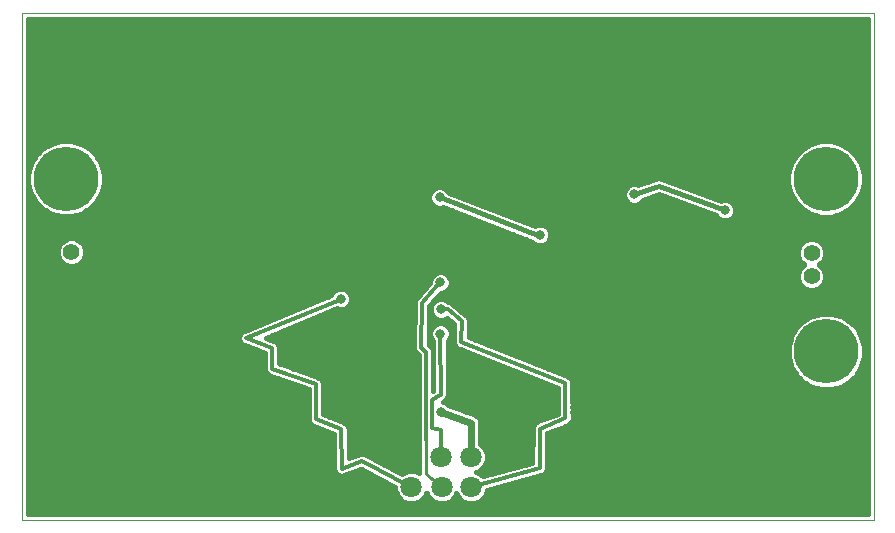
<source format=gbl>
G75*
%MOIN*%
%OFA0B0*%
%FSLAX25Y25*%
%IPPOS*%
%LPD*%
%AMOC8*
5,1,8,0,0,1.08239X$1,22.5*
%
%ADD10C,0.00394*%
%ADD11C,0.07087*%
%ADD12C,0.21500*%
%ADD13C,0.05543*%
%ADD14C,0.01600*%
%ADD15C,0.03200*%
%ADD16C,0.02400*%
%ADD17C,0.01200*%
%ADD18C,0.01000*%
D10*
X0013386Y0011105D02*
X0297323Y0011105D01*
X0297323Y0179954D01*
X0013386Y0179954D01*
X0013386Y0011105D01*
D11*
X0143205Y0021923D03*
X0153301Y0021943D03*
X0163142Y0021926D03*
X0163002Y0032027D03*
X0153102Y0031969D03*
X0143189Y0031831D03*
D12*
X0028696Y0067095D03*
X0028101Y0124812D03*
X0281394Y0124699D03*
X0281537Y0067175D03*
D13*
X0276620Y0092218D03*
X0276620Y0100092D03*
X0029859Y0100283D03*
X0029859Y0092409D03*
D14*
X0053980Y0082691D01*
X0057051Y0083626D01*
X0084559Y0073209D01*
X0088296Y0074655D01*
X0088175Y0076095D01*
X0088392Y0076545D01*
X0087983Y0074255D02*
X0015383Y0074255D01*
X0015383Y0075853D02*
X0091908Y0075853D01*
X0095833Y0077452D02*
X0015383Y0077452D01*
X0015383Y0079050D02*
X0099757Y0079050D01*
X0103682Y0080649D02*
X0015383Y0080649D01*
X0015383Y0082247D02*
X0107606Y0082247D01*
X0111531Y0083846D02*
X0015383Y0083846D01*
X0015383Y0085444D02*
X0115455Y0085444D01*
X0116470Y0085857D02*
X0116792Y0086635D01*
X0117749Y0087591D01*
X0118998Y0088109D01*
X0120351Y0088109D01*
X0121600Y0087591D01*
X0122557Y0086635D01*
X0123074Y0085385D01*
X0123074Y0084033D01*
X0122557Y0082783D01*
X0121600Y0081827D01*
X0120351Y0081309D01*
X0118998Y0081309D01*
X0118517Y0081508D01*
X0094667Y0071794D01*
X0097180Y0070825D01*
X0097218Y0070825D01*
X0097625Y0070654D01*
X0098037Y0070495D01*
X0098064Y0070469D01*
X0098098Y0070455D01*
X0098408Y0070141D01*
X0098728Y0069837D01*
X0098743Y0069803D01*
X0098770Y0069776D01*
X0098936Y0069368D01*
X0099115Y0068964D01*
X0099116Y0068927D01*
X0099130Y0068892D01*
X0099128Y0068451D01*
X0099139Y0068009D01*
X0099126Y0067975D01*
X0099101Y0063190D01*
X0111740Y0058646D01*
X0111799Y0058646D01*
X0112187Y0058485D01*
X0112582Y0058343D01*
X0112626Y0058303D01*
X0112681Y0058280D01*
X0112978Y0057984D01*
X0113289Y0057701D01*
X0113314Y0057647D01*
X0113356Y0057605D01*
X0113517Y0057217D01*
X0113696Y0056837D01*
X0113698Y0056778D01*
X0113721Y0056723D01*
X0113721Y0056303D01*
X0113741Y0055884D01*
X0113721Y0055828D01*
X0113717Y0046258D01*
X0120333Y0043586D01*
X0120335Y0043586D01*
X0120775Y0043407D01*
X0121216Y0043229D01*
X0121217Y0043228D01*
X0121220Y0043227D01*
X0121559Y0042892D01*
X0121897Y0042560D01*
X0121898Y0042558D01*
X0121900Y0042556D01*
X0122085Y0042116D01*
X0122270Y0041682D01*
X0122270Y0041679D01*
X0122271Y0041676D01*
X0122274Y0041201D01*
X0122278Y0040727D01*
X0122277Y0040724D01*
X0122338Y0031604D01*
X0125447Y0032795D01*
X0125512Y0032849D01*
X0125891Y0032965D01*
X0126260Y0033106D01*
X0126344Y0033104D01*
X0126425Y0033129D01*
X0126819Y0033091D01*
X0127214Y0033081D01*
X0127292Y0033046D01*
X0127376Y0033038D01*
X0127725Y0032853D01*
X0128086Y0032692D01*
X0128144Y0032630D01*
X0140043Y0026317D01*
X0140178Y0026452D01*
X0142142Y0027266D01*
X0144268Y0027266D01*
X0145783Y0026638D01*
X0145741Y0027217D01*
X0145800Y0027285D01*
X0145758Y0036811D01*
X0145655Y0037060D01*
X0145655Y0066025D01*
X0145254Y0066382D01*
X0145180Y0066413D01*
X0144899Y0066698D01*
X0144601Y0066963D01*
X0144566Y0067036D01*
X0144510Y0067093D01*
X0144359Y0067463D01*
X0144185Y0067823D01*
X0144181Y0067903D01*
X0144151Y0067977D01*
X0144153Y0068377D01*
X0144130Y0068776D01*
X0144157Y0068852D01*
X0144258Y0083314D01*
X0144238Y0083725D01*
X0144261Y0083789D01*
X0144261Y0083857D01*
X0144421Y0084236D01*
X0144561Y0084623D01*
X0144606Y0084674D01*
X0144633Y0084736D01*
X0144926Y0085025D01*
X0149484Y0090041D01*
X0149484Y0090891D01*
X0150002Y0092140D01*
X0150958Y0093097D01*
X0152208Y0093614D01*
X0153560Y0093614D01*
X0154810Y0093097D01*
X0155766Y0092140D01*
X0156284Y0090891D01*
X0156284Y0089538D01*
X0155766Y0088288D01*
X0154810Y0087332D01*
X0153560Y0086814D01*
X0153037Y0086814D01*
X0149051Y0082428D01*
X0148961Y0069508D01*
X0149365Y0069148D01*
X0149431Y0069121D01*
X0149720Y0068832D01*
X0150024Y0068561D01*
X0150056Y0068496D01*
X0150106Y0068446D01*
X0150262Y0068068D01*
X0150440Y0067701D01*
X0150444Y0067630D01*
X0150471Y0067563D01*
X0150471Y0067155D01*
X0150495Y0066748D01*
X0150471Y0066680D01*
X0150471Y0066609D01*
X0150455Y0066568D01*
X0150455Y0054056D01*
X0150527Y0054093D01*
X0150504Y0070721D01*
X0150018Y0071207D01*
X0149501Y0072457D01*
X0149501Y0073809D01*
X0150018Y0075059D01*
X0150975Y0076015D01*
X0152224Y0076533D01*
X0153577Y0076533D01*
X0154827Y0076015D01*
X0155783Y0075059D01*
X0156301Y0073809D01*
X0156301Y0072457D01*
X0155783Y0071207D01*
X0155304Y0070728D01*
X0155329Y0053035D01*
X0155375Y0052840D01*
X0155330Y0052562D01*
X0155330Y0052404D01*
X0155336Y0052325D01*
X0155330Y0052307D01*
X0155330Y0052282D01*
X0155292Y0052189D01*
X0155245Y0052045D01*
X0155197Y0051754D01*
X0155099Y0051595D01*
X0155041Y0051417D01*
X0154850Y0051193D01*
X0154695Y0050942D01*
X0154543Y0050833D01*
X0154421Y0050691D01*
X0154159Y0050557D01*
X0153919Y0050385D01*
X0153772Y0050350D01*
X0154954Y0049860D01*
X0155566Y0049249D01*
X0163785Y0046268D01*
X0163886Y0046266D01*
X0164343Y0046065D01*
X0164812Y0045895D01*
X0164887Y0045827D01*
X0164979Y0045787D01*
X0165325Y0045427D01*
X0165693Y0045090D01*
X0165736Y0044999D01*
X0165806Y0044926D01*
X0165987Y0044461D01*
X0166199Y0044009D01*
X0166203Y0043908D01*
X0166240Y0043815D01*
X0166230Y0043315D01*
X0166252Y0042816D01*
X0166218Y0042722D01*
X0166093Y0036493D01*
X0167532Y0035053D01*
X0168346Y0033089D01*
X0168346Y0030964D01*
X0167532Y0029000D01*
X0166029Y0027497D01*
X0164842Y0027005D01*
X0166168Y0026456D01*
X0167106Y0025518D01*
X0183559Y0030090D01*
X0183594Y0041015D01*
X0183590Y0041025D01*
X0183596Y0041491D01*
X0183598Y0041959D01*
X0183602Y0041969D01*
X0183602Y0041980D01*
X0183785Y0042408D01*
X0183966Y0042840D01*
X0183973Y0042848D01*
X0183978Y0042857D01*
X0184312Y0043184D01*
X0184643Y0043513D01*
X0184653Y0043517D01*
X0184661Y0043525D01*
X0185095Y0043698D01*
X0185526Y0043875D01*
X0185537Y0043875D01*
X0192111Y0046507D01*
X0192075Y0054946D01*
X0159330Y0067975D01*
X0159288Y0067976D01*
X0158888Y0068151D01*
X0158483Y0068312D01*
X0158452Y0068342D01*
X0158413Y0068359D01*
X0158111Y0068674D01*
X0157798Y0068978D01*
X0157782Y0069017D01*
X0157752Y0069048D01*
X0157593Y0069454D01*
X0157421Y0069855D01*
X0157420Y0069897D01*
X0157405Y0069937D01*
X0157414Y0070373D01*
X0157407Y0070809D01*
X0157423Y0070849D01*
X0157533Y0076247D01*
X0155016Y0078385D01*
X0154956Y0078325D01*
X0153706Y0077808D01*
X0152354Y0077808D01*
X0151104Y0078325D01*
X0150148Y0079282D01*
X0149630Y0080532D01*
X0149630Y0081884D01*
X0150148Y0083134D01*
X0151104Y0084090D01*
X0152354Y0084608D01*
X0153706Y0084608D01*
X0154956Y0084090D01*
X0155316Y0083731D01*
X0155550Y0083750D01*
X0155588Y0083737D01*
X0155627Y0083739D01*
X0156041Y0083592D01*
X0156459Y0083457D01*
X0156489Y0083431D01*
X0156526Y0083418D01*
X0156852Y0083123D01*
X0161241Y0079395D01*
X0161357Y0079345D01*
X0161603Y0079089D01*
X0161873Y0078859D01*
X0161931Y0078747D01*
X0162018Y0078656D01*
X0162147Y0078325D01*
X0162309Y0078009D01*
X0162319Y0077884D01*
X0162365Y0077767D01*
X0162358Y0077412D01*
X0162387Y0077058D01*
X0162348Y0076938D01*
X0162247Y0071980D01*
X0194923Y0058979D01*
X0194935Y0058979D01*
X0195367Y0058802D01*
X0195799Y0058630D01*
X0195808Y0058622D01*
X0195819Y0058617D01*
X0196150Y0058289D01*
X0196483Y0057965D01*
X0196488Y0057953D01*
X0196497Y0057945D01*
X0196677Y0057515D01*
X0196861Y0057088D01*
X0196861Y0057075D01*
X0196866Y0057064D01*
X0196868Y0056599D01*
X0196874Y0056133D01*
X0196870Y0056122D01*
X0196915Y0045353D01*
X0196923Y0045334D01*
X0196917Y0044877D01*
X0196919Y0044418D01*
X0196912Y0044400D01*
X0196912Y0044380D01*
X0196732Y0043959D01*
X0196558Y0043535D01*
X0196544Y0043520D01*
X0196536Y0043502D01*
X0196208Y0043182D01*
X0195886Y0042857D01*
X0195867Y0042849D01*
X0195853Y0042835D01*
X0195427Y0042665D01*
X0195005Y0042488D01*
X0194985Y0042488D01*
X0188391Y0039847D01*
X0188354Y0028588D01*
X0188393Y0028447D01*
X0188352Y0028114D01*
X0188351Y0027779D01*
X0188295Y0027644D01*
X0188277Y0027499D01*
X0188112Y0027207D01*
X0187983Y0026898D01*
X0187879Y0026795D01*
X0187807Y0026668D01*
X0187543Y0026461D01*
X0187306Y0026225D01*
X0187171Y0026170D01*
X0187055Y0026080D01*
X0186732Y0025990D01*
X0186422Y0025863D01*
X0186276Y0025863D01*
X0168485Y0020920D01*
X0168485Y0020863D01*
X0167671Y0018899D01*
X0166168Y0017396D01*
X0164204Y0016583D01*
X0162079Y0016583D01*
X0160115Y0017396D01*
X0158612Y0018899D01*
X0158217Y0019851D01*
X0157830Y0018917D01*
X0156327Y0017414D01*
X0154363Y0016600D01*
X0152238Y0016600D01*
X0150274Y0017414D01*
X0148771Y0018917D01*
X0148257Y0020157D01*
X0147735Y0018896D01*
X0146232Y0017393D01*
X0144268Y0016579D01*
X0142142Y0016579D01*
X0140178Y0017393D01*
X0138675Y0018896D01*
X0137862Y0020860D01*
X0137862Y0022041D01*
X0126512Y0028063D01*
X0120857Y0025897D01*
X0120454Y0025727D01*
X0120412Y0025726D01*
X0120374Y0025712D01*
X0119937Y0025723D01*
X0119499Y0025720D01*
X0119461Y0025736D01*
X0119419Y0025737D01*
X0119020Y0025915D01*
X0118615Y0026080D01*
X0118585Y0026109D01*
X0118547Y0026126D01*
X0118246Y0026443D01*
X0117935Y0026750D01*
X0117919Y0026789D01*
X0117890Y0026819D01*
X0117734Y0027227D01*
X0117564Y0027630D01*
X0117564Y0027672D01*
X0117549Y0027711D01*
X0117561Y0028148D01*
X0117485Y0039560D01*
X0110850Y0042239D01*
X0110839Y0042239D01*
X0110408Y0042418D01*
X0109976Y0042592D01*
X0109967Y0042601D01*
X0109957Y0042605D01*
X0109627Y0042935D01*
X0109294Y0043262D01*
X0109290Y0043272D01*
X0109282Y0043280D01*
X0109104Y0043711D01*
X0108921Y0044140D01*
X0108921Y0044152D01*
X0108917Y0044162D01*
X0108917Y0044628D01*
X0108913Y0045095D01*
X0108917Y0045106D01*
X0108920Y0054559D01*
X0096268Y0059108D01*
X0096203Y0059109D01*
X0095821Y0059269D01*
X0095431Y0059409D01*
X0095383Y0059453D01*
X0095322Y0059478D01*
X0095031Y0059773D01*
X0094725Y0060051D01*
X0094697Y0060111D01*
X0094651Y0060157D01*
X0094494Y0060540D01*
X0094318Y0060915D01*
X0094315Y0060980D01*
X0094290Y0061041D01*
X0094292Y0061455D01*
X0094272Y0061869D01*
X0094295Y0061930D01*
X0094320Y0066783D01*
X0087700Y0069335D01*
X0087662Y0069335D01*
X0087256Y0069506D01*
X0086845Y0069665D01*
X0086817Y0069691D01*
X0086782Y0069706D01*
X0086472Y0070019D01*
X0086153Y0070323D01*
X0086138Y0070358D01*
X0086111Y0070385D01*
X0085945Y0070793D01*
X0085766Y0071195D01*
X0085765Y0071234D01*
X0085751Y0071269D01*
X0085753Y0071710D01*
X0085742Y0072150D01*
X0085756Y0072186D01*
X0085756Y0072224D01*
X0085927Y0072630D01*
X0086086Y0073041D01*
X0086112Y0073069D01*
X0086127Y0073104D01*
X0086440Y0073413D01*
X0086744Y0073733D01*
X0086779Y0073748D01*
X0086806Y0073775D01*
X0087214Y0073941D01*
X0087617Y0074120D01*
X0087655Y0074121D01*
X0116470Y0085857D01*
X0117200Y0087043D02*
X0015383Y0087043D01*
X0015383Y0088641D02*
X0148211Y0088641D01*
X0149484Y0090240D02*
X0015383Y0090240D01*
X0015383Y0091838D02*
X0149876Y0091838D01*
X0151778Y0093437D02*
X0015383Y0093437D01*
X0015383Y0095035D02*
X0272972Y0095035D01*
X0272744Y0094808D02*
X0272048Y0093128D01*
X0272048Y0091309D01*
X0272744Y0089629D01*
X0274030Y0088343D01*
X0275711Y0087647D01*
X0277529Y0087647D01*
X0279210Y0088343D01*
X0280496Y0089629D01*
X0281192Y0091309D01*
X0281192Y0093128D01*
X0280496Y0094808D01*
X0279210Y0096094D01*
X0279062Y0096155D01*
X0279210Y0096217D01*
X0280496Y0097503D01*
X0281192Y0099183D01*
X0281192Y0101002D01*
X0280496Y0102682D01*
X0279210Y0103968D01*
X0277529Y0104664D01*
X0275711Y0104664D01*
X0274030Y0103968D01*
X0272744Y0102682D01*
X0272048Y0101002D01*
X0272048Y0099183D01*
X0272744Y0097503D01*
X0274030Y0096217D01*
X0274179Y0096155D01*
X0274030Y0096094D01*
X0272744Y0094808D01*
X0272176Y0093437D02*
X0153989Y0093437D01*
X0155891Y0091838D02*
X0272048Y0091838D01*
X0272491Y0090240D02*
X0156284Y0090240D01*
X0155912Y0088641D02*
X0273732Y0088641D01*
X0279508Y0088641D02*
X0295326Y0088641D01*
X0295326Y0087043D02*
X0154111Y0087043D01*
X0151792Y0085444D02*
X0295326Y0085444D01*
X0295326Y0083846D02*
X0155201Y0083846D01*
X0157884Y0082247D02*
X0295326Y0082247D01*
X0295326Y0080649D02*
X0159766Y0080649D01*
X0161648Y0079050D02*
X0277365Y0079050D01*
X0276692Y0078870D02*
X0273831Y0077218D01*
X0271494Y0074881D01*
X0269842Y0072019D01*
X0268987Y0068827D01*
X0268987Y0065523D01*
X0269842Y0062331D01*
X0271494Y0059469D01*
X0273831Y0057133D01*
X0276692Y0055480D01*
X0279884Y0054625D01*
X0283189Y0054625D01*
X0286381Y0055480D01*
X0289242Y0057133D01*
X0291579Y0059469D01*
X0293231Y0062331D01*
X0294086Y0065523D01*
X0294086Y0068827D01*
X0293231Y0072019D01*
X0291579Y0074881D01*
X0289242Y0077218D01*
X0286381Y0078870D01*
X0283189Y0079725D01*
X0279884Y0079725D01*
X0276692Y0078870D01*
X0274236Y0077452D02*
X0162359Y0077452D01*
X0162326Y0075853D02*
X0272466Y0075853D01*
X0271132Y0074255D02*
X0162294Y0074255D01*
X0162261Y0072656D02*
X0270209Y0072656D01*
X0269584Y0071057D02*
X0164567Y0071057D01*
X0159618Y0067860D02*
X0155308Y0067860D01*
X0155310Y0066262D02*
X0163636Y0066262D01*
X0167653Y0064663D02*
X0155313Y0064663D01*
X0155315Y0063065D02*
X0171670Y0063065D01*
X0175688Y0061466D02*
X0155317Y0061466D01*
X0155319Y0059868D02*
X0179705Y0059868D01*
X0183722Y0058269D02*
X0155322Y0058269D01*
X0155324Y0056671D02*
X0187740Y0056671D01*
X0191757Y0055072D02*
X0155326Y0055072D01*
X0155328Y0053474D02*
X0192081Y0053474D01*
X0192088Y0051875D02*
X0155217Y0051875D01*
X0153948Y0050277D02*
X0192095Y0050277D01*
X0192101Y0048678D02*
X0157138Y0048678D01*
X0161546Y0047080D02*
X0192108Y0047080D01*
X0189548Y0045481D02*
X0165272Y0045481D01*
X0166213Y0043883D02*
X0185556Y0043883D01*
X0183732Y0042284D02*
X0166209Y0042284D01*
X0166177Y0040686D02*
X0183593Y0040686D01*
X0183588Y0039087D02*
X0166145Y0039087D01*
X0166113Y0037489D02*
X0183583Y0037489D01*
X0183578Y0035890D02*
X0166695Y0035890D01*
X0167848Y0034292D02*
X0183573Y0034292D01*
X0183567Y0032693D02*
X0168346Y0032693D01*
X0168346Y0031095D02*
X0183562Y0031095D01*
X0181422Y0029496D02*
X0167738Y0029496D01*
X0166430Y0027898D02*
X0175669Y0027898D01*
X0176339Y0023102D02*
X0295326Y0023102D01*
X0295326Y0021504D02*
X0170586Y0021504D01*
X0168088Y0019905D02*
X0295326Y0019905D01*
X0295326Y0018307D02*
X0167079Y0018307D01*
X0164507Y0016708D02*
X0295326Y0016708D01*
X0295326Y0015110D02*
X0015383Y0015110D01*
X0015383Y0016708D02*
X0141831Y0016708D01*
X0144579Y0016708D02*
X0151977Y0016708D01*
X0154624Y0016708D02*
X0161776Y0016708D01*
X0159205Y0018307D02*
X0157220Y0018307D01*
X0149381Y0018307D02*
X0147145Y0018307D01*
X0148153Y0019905D02*
X0148361Y0019905D01*
X0139264Y0018307D02*
X0015383Y0018307D01*
X0015383Y0019905D02*
X0138257Y0019905D01*
X0137862Y0021504D02*
X0015383Y0021504D01*
X0015383Y0023102D02*
X0135861Y0023102D01*
X0132848Y0024701D02*
X0015383Y0024701D01*
X0015383Y0026299D02*
X0118383Y0026299D01*
X0117554Y0027898D02*
X0015383Y0027898D01*
X0015383Y0029496D02*
X0117552Y0029496D01*
X0117541Y0031095D02*
X0015383Y0031095D01*
X0015383Y0032693D02*
X0117530Y0032693D01*
X0117520Y0034292D02*
X0015383Y0034292D01*
X0015383Y0035890D02*
X0117509Y0035890D01*
X0117499Y0037489D02*
X0015383Y0037489D01*
X0015383Y0039087D02*
X0117488Y0039087D01*
X0114696Y0040686D02*
X0015383Y0040686D01*
X0015383Y0042284D02*
X0110730Y0042284D01*
X0109031Y0043883D02*
X0015383Y0043883D01*
X0015383Y0045481D02*
X0108917Y0045481D01*
X0108918Y0047080D02*
X0015383Y0047080D01*
X0015383Y0048678D02*
X0108918Y0048678D01*
X0108919Y0050277D02*
X0015383Y0050277D01*
X0015383Y0051875D02*
X0108919Y0051875D01*
X0108920Y0053474D02*
X0015383Y0053474D01*
X0015383Y0055072D02*
X0107493Y0055072D01*
X0103047Y0056671D02*
X0015383Y0056671D01*
X0015383Y0058269D02*
X0098601Y0058269D01*
X0103896Y0061466D02*
X0145655Y0061466D01*
X0145655Y0059868D02*
X0108342Y0059868D01*
X0112692Y0058269D02*
X0145655Y0058269D01*
X0145655Y0056671D02*
X0113721Y0056671D01*
X0113720Y0055072D02*
X0145655Y0055072D01*
X0145655Y0053474D02*
X0113720Y0053474D01*
X0113719Y0051875D02*
X0145655Y0051875D01*
X0145655Y0050277D02*
X0113719Y0050277D01*
X0113718Y0048678D02*
X0145655Y0048678D01*
X0145655Y0047080D02*
X0113718Y0047080D01*
X0115640Y0045481D02*
X0145655Y0045481D01*
X0145655Y0043883D02*
X0119598Y0043883D01*
X0122014Y0042284D02*
X0145655Y0042284D01*
X0145655Y0040686D02*
X0122277Y0040686D01*
X0122288Y0039087D02*
X0145655Y0039087D01*
X0145655Y0037489D02*
X0122299Y0037489D01*
X0122309Y0035890D02*
X0145762Y0035890D01*
X0145769Y0034292D02*
X0122320Y0034292D01*
X0122331Y0032693D02*
X0125182Y0032693D01*
X0128083Y0032693D02*
X0145776Y0032693D01*
X0145783Y0031095D02*
X0131039Y0031095D01*
X0134051Y0029496D02*
X0145790Y0029496D01*
X0145797Y0027898D02*
X0137064Y0027898D01*
X0129836Y0026299D02*
X0121908Y0026299D01*
X0126081Y0027898D02*
X0126823Y0027898D01*
X0166325Y0026299D02*
X0169916Y0026299D01*
X0182092Y0024701D02*
X0295326Y0024701D01*
X0295326Y0026299D02*
X0187380Y0026299D01*
X0188352Y0027898D02*
X0295326Y0027898D01*
X0295326Y0029496D02*
X0188357Y0029496D01*
X0188362Y0031095D02*
X0295326Y0031095D01*
X0295326Y0032693D02*
X0188367Y0032693D01*
X0188373Y0034292D02*
X0295326Y0034292D01*
X0295326Y0035890D02*
X0188378Y0035890D01*
X0188383Y0037489D02*
X0295326Y0037489D01*
X0295326Y0039087D02*
X0188388Y0039087D01*
X0190484Y0040686D02*
X0295326Y0040686D01*
X0295326Y0042284D02*
X0194477Y0042284D01*
X0196700Y0043883D02*
X0295326Y0043883D01*
X0295326Y0045481D02*
X0196915Y0045481D01*
X0196908Y0047080D02*
X0295326Y0047080D01*
X0295326Y0048678D02*
X0196901Y0048678D01*
X0196895Y0050277D02*
X0295326Y0050277D01*
X0295326Y0051875D02*
X0196888Y0051875D01*
X0196881Y0053474D02*
X0295326Y0053474D01*
X0295326Y0055072D02*
X0284858Y0055072D01*
X0288443Y0056671D02*
X0295326Y0056671D01*
X0295326Y0058269D02*
X0290379Y0058269D01*
X0291809Y0059868D02*
X0295326Y0059868D01*
X0295326Y0061466D02*
X0292732Y0061466D01*
X0293428Y0063065D02*
X0295326Y0063065D01*
X0295326Y0064663D02*
X0293856Y0064663D01*
X0294086Y0066262D02*
X0295326Y0066262D01*
X0295326Y0067860D02*
X0294086Y0067860D01*
X0293917Y0069459D02*
X0295326Y0069459D01*
X0295326Y0071057D02*
X0293489Y0071057D01*
X0292864Y0072656D02*
X0295326Y0072656D01*
X0295326Y0074255D02*
X0291941Y0074255D01*
X0290607Y0075853D02*
X0295326Y0075853D01*
X0295326Y0077452D02*
X0288837Y0077452D01*
X0285708Y0079050D02*
X0295326Y0079050D01*
X0295326Y0090240D02*
X0280749Y0090240D01*
X0281192Y0091838D02*
X0295326Y0091838D01*
X0295326Y0093437D02*
X0281064Y0093437D01*
X0280269Y0095035D02*
X0295326Y0095035D01*
X0295326Y0096634D02*
X0279627Y0096634D01*
X0280798Y0098232D02*
X0295326Y0098232D01*
X0295326Y0099831D02*
X0281192Y0099831D01*
X0281015Y0101429D02*
X0295326Y0101429D01*
X0295326Y0103028D02*
X0280150Y0103028D01*
X0277621Y0104626D02*
X0295326Y0104626D01*
X0295326Y0106225D02*
X0189461Y0106225D01*
X0189461Y0106652D02*
X0188943Y0107902D01*
X0187987Y0108858D01*
X0186737Y0109376D01*
X0185384Y0109376D01*
X0184468Y0108996D01*
X0155647Y0120162D01*
X0155521Y0120465D01*
X0154565Y0121421D01*
X0153315Y0121939D01*
X0151963Y0121939D01*
X0150713Y0121421D01*
X0149756Y0120465D01*
X0149239Y0119215D01*
X0149239Y0117862D01*
X0149756Y0116613D01*
X0150713Y0115656D01*
X0151963Y0115139D01*
X0153315Y0115139D01*
X0153751Y0115320D01*
X0183392Y0103836D01*
X0184135Y0103094D01*
X0185384Y0102576D01*
X0186737Y0102576D01*
X0187987Y0103094D01*
X0188943Y0104050D01*
X0189461Y0105300D01*
X0189461Y0106652D01*
X0188976Y0107823D02*
X0295326Y0107823D01*
X0295326Y0109422D02*
X0183369Y0109422D01*
X0179243Y0111020D02*
X0246727Y0111020D01*
X0247038Y0110891D02*
X0248391Y0110891D01*
X0249641Y0111409D01*
X0250597Y0112365D01*
X0251115Y0113615D01*
X0251115Y0114968D01*
X0250597Y0116217D01*
X0249641Y0117174D01*
X0248391Y0117691D01*
X0247038Y0117691D01*
X0246545Y0117487D01*
X0226870Y0124673D01*
X0226548Y0124837D01*
X0226389Y0124849D01*
X0226239Y0124904D01*
X0225877Y0124889D01*
X0225516Y0124916D01*
X0225365Y0124867D01*
X0225205Y0124860D01*
X0224877Y0124707D01*
X0218749Y0122705D01*
X0218150Y0122953D01*
X0216797Y0122953D01*
X0215548Y0122435D01*
X0214591Y0121479D01*
X0214074Y0120229D01*
X0214074Y0118877D01*
X0214591Y0117627D01*
X0215548Y0116671D01*
X0216797Y0116153D01*
X0218150Y0116153D01*
X0219400Y0116671D01*
X0220356Y0117627D01*
X0220420Y0117780D01*
X0225785Y0119534D01*
X0244729Y0112614D01*
X0244832Y0112365D01*
X0245789Y0111409D01*
X0247038Y0110891D01*
X0248702Y0111020D02*
X0295326Y0111020D01*
X0295326Y0112619D02*
X0284801Y0112619D01*
X0286238Y0113004D02*
X0283046Y0112149D01*
X0279742Y0112149D01*
X0276550Y0113004D01*
X0273688Y0114656D01*
X0271351Y0116993D01*
X0269699Y0119854D01*
X0268844Y0123046D01*
X0268844Y0126351D01*
X0269699Y0129543D01*
X0271351Y0132404D01*
X0273688Y0134741D01*
X0276550Y0136393D01*
X0279742Y0137248D01*
X0283046Y0137248D01*
X0286238Y0136393D01*
X0289100Y0134741D01*
X0291436Y0132404D01*
X0293089Y0129543D01*
X0293944Y0126351D01*
X0293944Y0123046D01*
X0293089Y0119854D01*
X0291436Y0116993D01*
X0289100Y0114656D01*
X0286238Y0113004D01*
X0288340Y0114217D02*
X0295326Y0114217D01*
X0295326Y0115816D02*
X0290259Y0115816D01*
X0291680Y0117414D02*
X0295326Y0117414D01*
X0295326Y0119013D02*
X0292603Y0119013D01*
X0293291Y0120611D02*
X0295326Y0120611D01*
X0295326Y0122210D02*
X0293720Y0122210D01*
X0293944Y0123808D02*
X0295326Y0123808D01*
X0295326Y0125407D02*
X0293944Y0125407D01*
X0293768Y0127005D02*
X0295326Y0127005D01*
X0295326Y0128604D02*
X0293340Y0128604D01*
X0292708Y0130202D02*
X0295326Y0130202D01*
X0295326Y0131801D02*
X0291785Y0131801D01*
X0290441Y0133399D02*
X0295326Y0133399D01*
X0295326Y0134998D02*
X0288655Y0134998D01*
X0285480Y0136596D02*
X0295326Y0136596D01*
X0295326Y0138195D02*
X0015383Y0138195D01*
X0015383Y0139793D02*
X0295326Y0139793D01*
X0295326Y0141392D02*
X0015383Y0141392D01*
X0015383Y0142991D02*
X0295326Y0142991D01*
X0295326Y0144589D02*
X0015383Y0144589D01*
X0015383Y0146188D02*
X0295326Y0146188D01*
X0295326Y0147786D02*
X0015383Y0147786D01*
X0015383Y0149385D02*
X0295326Y0149385D01*
X0295326Y0150983D02*
X0015383Y0150983D01*
X0015383Y0152582D02*
X0295326Y0152582D01*
X0295326Y0154180D02*
X0015383Y0154180D01*
X0015383Y0155779D02*
X0295326Y0155779D01*
X0295326Y0157377D02*
X0015383Y0157377D01*
X0015383Y0158976D02*
X0295326Y0158976D01*
X0295326Y0160574D02*
X0015383Y0160574D01*
X0015383Y0162173D02*
X0295326Y0162173D01*
X0295326Y0163771D02*
X0015383Y0163771D01*
X0015383Y0165370D02*
X0295326Y0165370D01*
X0295326Y0166968D02*
X0015383Y0166968D01*
X0015383Y0168567D02*
X0295326Y0168567D01*
X0295326Y0170165D02*
X0015383Y0170165D01*
X0015383Y0171764D02*
X0295326Y0171764D01*
X0295326Y0173362D02*
X0015383Y0173362D01*
X0015383Y0174961D02*
X0295326Y0174961D01*
X0295326Y0176559D02*
X0015383Y0176559D01*
X0015383Y0177958D02*
X0015383Y0013102D01*
X0295326Y0013102D01*
X0295326Y0177958D01*
X0015383Y0177958D01*
X0015383Y0136596D02*
X0023593Y0136596D01*
X0023257Y0136507D02*
X0020395Y0134854D01*
X0018059Y0132518D01*
X0016406Y0129656D01*
X0015551Y0126464D01*
X0015551Y0123160D01*
X0016406Y0119968D01*
X0018059Y0117106D01*
X0020395Y0114769D01*
X0023257Y0113117D01*
X0026449Y0112262D01*
X0029753Y0112262D01*
X0032945Y0113117D01*
X0035807Y0114769D01*
X0038144Y0117106D01*
X0039796Y0119968D01*
X0040651Y0123160D01*
X0040651Y0126464D01*
X0039796Y0129656D01*
X0038144Y0132518D01*
X0035807Y0134854D01*
X0032945Y0136507D01*
X0029753Y0137362D01*
X0026449Y0137362D01*
X0023257Y0136507D01*
X0020644Y0134998D02*
X0015383Y0134998D01*
X0015383Y0133399D02*
X0018940Y0133399D01*
X0017645Y0131801D02*
X0015383Y0131801D01*
X0015383Y0130202D02*
X0016722Y0130202D01*
X0016124Y0128604D02*
X0015383Y0128604D01*
X0015383Y0127005D02*
X0015696Y0127005D01*
X0015551Y0125407D02*
X0015383Y0125407D01*
X0015383Y0123808D02*
X0015551Y0123808D01*
X0015383Y0122210D02*
X0015806Y0122210D01*
X0015383Y0120611D02*
X0016234Y0120611D01*
X0016958Y0119013D02*
X0015383Y0119013D01*
X0015383Y0117414D02*
X0017881Y0117414D01*
X0019349Y0115816D02*
X0015383Y0115816D01*
X0015383Y0114217D02*
X0021351Y0114217D01*
X0025116Y0112619D02*
X0015383Y0112619D01*
X0015383Y0111020D02*
X0164849Y0111020D01*
X0160723Y0112619D02*
X0031086Y0112619D01*
X0034851Y0114217D02*
X0156596Y0114217D01*
X0158612Y0119013D02*
X0214074Y0119013D01*
X0214232Y0120611D02*
X0155375Y0120611D01*
X0152639Y0118539D02*
X0186086Y0105581D01*
X0187828Y0103028D02*
X0273090Y0103028D01*
X0272226Y0101429D02*
X0034332Y0101429D01*
X0034430Y0101193D02*
X0033734Y0102873D01*
X0032448Y0104159D01*
X0030768Y0104855D01*
X0028949Y0104855D01*
X0027269Y0104159D01*
X0025983Y0102873D01*
X0025287Y0101193D01*
X0025287Y0099374D01*
X0025983Y0097694D01*
X0027269Y0096408D01*
X0028949Y0095712D01*
X0030768Y0095712D01*
X0032448Y0096408D01*
X0033734Y0097694D01*
X0034430Y0099374D01*
X0034430Y0101193D01*
X0034430Y0099831D02*
X0272048Y0099831D01*
X0272442Y0098232D02*
X0033957Y0098232D01*
X0032674Y0096634D02*
X0273613Y0096634D01*
X0275620Y0104626D02*
X0189182Y0104626D01*
X0184294Y0103028D02*
X0033579Y0103028D01*
X0031320Y0104626D02*
X0181353Y0104626D01*
X0177227Y0106225D02*
X0015383Y0106225D01*
X0015383Y0107823D02*
X0173101Y0107823D01*
X0168975Y0109422D02*
X0015383Y0109422D01*
X0015383Y0104626D02*
X0028397Y0104626D01*
X0026138Y0103028D02*
X0015383Y0103028D01*
X0015383Y0101429D02*
X0025385Y0101429D01*
X0025287Y0099831D02*
X0015383Y0099831D01*
X0015383Y0098232D02*
X0025760Y0098232D01*
X0027043Y0096634D02*
X0015383Y0096634D01*
X0036853Y0115816D02*
X0150553Y0115816D01*
X0149424Y0117414D02*
X0038322Y0117414D01*
X0039245Y0119013D02*
X0149239Y0119013D01*
X0149903Y0120611D02*
X0039968Y0120611D01*
X0040397Y0122210D02*
X0215322Y0122210D01*
X0217474Y0119553D02*
X0225832Y0122284D01*
X0247715Y0114291D01*
X0251115Y0114217D02*
X0274448Y0114217D01*
X0272528Y0115816D02*
X0250763Y0115816D01*
X0249060Y0117414D02*
X0271108Y0117414D01*
X0270185Y0119013D02*
X0242367Y0119013D01*
X0237990Y0120611D02*
X0269496Y0120611D01*
X0269068Y0122210D02*
X0233614Y0122210D01*
X0229238Y0123808D02*
X0268844Y0123808D01*
X0268844Y0125407D02*
X0040651Y0125407D01*
X0040651Y0123808D02*
X0222126Y0123808D01*
X0224192Y0119013D02*
X0227211Y0119013D01*
X0231587Y0117414D02*
X0220143Y0117414D01*
X0214804Y0117414D02*
X0162739Y0117414D01*
X0166865Y0115816D02*
X0235963Y0115816D01*
X0240339Y0114217D02*
X0170991Y0114217D01*
X0175117Y0112619D02*
X0244716Y0112619D01*
X0250702Y0112619D02*
X0277986Y0112619D01*
X0269019Y0127005D02*
X0040506Y0127005D01*
X0040078Y0128604D02*
X0269448Y0128604D01*
X0270080Y0130202D02*
X0039480Y0130202D01*
X0038557Y0131801D02*
X0271003Y0131801D01*
X0272346Y0133399D02*
X0037262Y0133399D01*
X0035558Y0134998D02*
X0274133Y0134998D01*
X0277308Y0136596D02*
X0032610Y0136596D01*
X0122149Y0087043D02*
X0146759Y0087043D01*
X0145306Y0085444D02*
X0123050Y0085444D01*
X0122997Y0083846D02*
X0144261Y0083846D01*
X0144250Y0082247D02*
X0122021Y0082247D01*
X0116406Y0080649D02*
X0144239Y0080649D01*
X0144228Y0079050D02*
X0112482Y0079050D01*
X0108557Y0077452D02*
X0144217Y0077452D01*
X0144205Y0075853D02*
X0104633Y0075853D01*
X0100708Y0074255D02*
X0144194Y0074255D01*
X0144183Y0072656D02*
X0096784Y0072656D01*
X0096577Y0071057D02*
X0144172Y0071057D01*
X0144161Y0069459D02*
X0098899Y0069459D01*
X0099125Y0067860D02*
X0144183Y0067860D01*
X0145388Y0066262D02*
X0099117Y0066262D01*
X0099109Y0064663D02*
X0145655Y0064663D01*
X0145655Y0063065D02*
X0099450Y0063065D01*
X0094300Y0063065D02*
X0015383Y0063065D01*
X0015383Y0064663D02*
X0094309Y0064663D01*
X0094317Y0066262D02*
X0015383Y0066262D01*
X0015383Y0067860D02*
X0091525Y0067860D01*
X0087368Y0069459D02*
X0015383Y0069459D01*
X0015383Y0071057D02*
X0085827Y0071057D01*
X0085937Y0072656D02*
X0015383Y0072656D01*
X0015383Y0061466D02*
X0094292Y0061466D01*
X0094926Y0059868D02*
X0015383Y0059868D01*
X0015383Y0013511D02*
X0295326Y0013511D01*
X0278215Y0055072D02*
X0196874Y0055072D01*
X0196868Y0056671D02*
X0274630Y0056671D01*
X0272694Y0058269D02*
X0196170Y0058269D01*
X0192688Y0059868D02*
X0271264Y0059868D01*
X0270341Y0061466D02*
X0188671Y0061466D01*
X0184653Y0063065D02*
X0269645Y0063065D01*
X0269217Y0064663D02*
X0180636Y0064663D01*
X0176619Y0066262D02*
X0268987Y0066262D01*
X0268987Y0067860D02*
X0172601Y0067860D01*
X0168584Y0069459D02*
X0269156Y0069459D01*
X0157591Y0069459D02*
X0155306Y0069459D01*
X0155634Y0071057D02*
X0157427Y0071057D01*
X0157460Y0072656D02*
X0156301Y0072656D01*
X0156116Y0074255D02*
X0157493Y0074255D01*
X0157525Y0075853D02*
X0154989Y0075853D01*
X0156115Y0077452D02*
X0149017Y0077452D01*
X0149028Y0079050D02*
X0150379Y0079050D01*
X0149630Y0080649D02*
X0149039Y0080649D01*
X0149050Y0082247D02*
X0149780Y0082247D01*
X0150339Y0083846D02*
X0150859Y0083846D01*
X0150812Y0075853D02*
X0149006Y0075853D01*
X0148994Y0074255D02*
X0149685Y0074255D01*
X0149501Y0072656D02*
X0148983Y0072656D01*
X0148972Y0071057D02*
X0150168Y0071057D01*
X0150506Y0069459D02*
X0149016Y0069459D01*
X0150363Y0067860D02*
X0150508Y0067860D01*
X0150455Y0066262D02*
X0150510Y0066262D01*
X0150455Y0064663D02*
X0150513Y0064663D01*
X0150515Y0063065D02*
X0150455Y0063065D01*
X0150455Y0061466D02*
X0150517Y0061466D01*
X0150519Y0059868D02*
X0150455Y0059868D01*
X0150455Y0058269D02*
X0150522Y0058269D01*
X0150524Y0056671D02*
X0150455Y0056671D01*
X0150455Y0055072D02*
X0150526Y0055072D01*
D15*
X0153028Y0046978D03*
X0152901Y0073133D03*
X0153030Y0081208D03*
X0152884Y0090214D03*
X0119675Y0084709D03*
X0088392Y0076545D03*
X0152639Y0118539D03*
X0186061Y0105976D03*
X0217474Y0119553D03*
X0247715Y0114291D03*
D16*
X0163229Y0043278D02*
X0153028Y0046978D01*
X0163229Y0043278D02*
X0163002Y0032027D01*
D17*
X0153102Y0031969D02*
X0153135Y0040916D01*
X0150149Y0041818D01*
X0149983Y0041818D01*
X0149983Y0051121D01*
X0152906Y0052612D01*
X0152929Y0052756D01*
X0152901Y0073133D01*
X0159814Y0070366D02*
X0159956Y0077338D01*
X0155269Y0081319D01*
X0153030Y0081208D01*
X0146658Y0083363D02*
X0152884Y0090214D01*
X0146658Y0083363D02*
X0146554Y0068438D01*
X0148072Y0067086D01*
X0148055Y0067086D01*
X0148055Y0037538D01*
X0152646Y0034495D02*
X0153102Y0031969D01*
X0143205Y0021923D02*
X0126673Y0030694D01*
X0119961Y0028123D01*
X0119874Y0041183D01*
X0111317Y0044639D01*
X0111321Y0056246D01*
X0096692Y0061506D01*
X0096728Y0068427D01*
X0088153Y0071732D01*
X0119442Y0084477D01*
X0119675Y0084709D01*
X0159814Y0070366D02*
X0194468Y0056577D01*
X0194517Y0044886D01*
X0185996Y0041474D01*
X0185953Y0028264D01*
X0163142Y0021926D01*
D18*
X0153301Y0021943D02*
X0148104Y0026434D01*
X0148055Y0037538D01*
M02*

</source>
